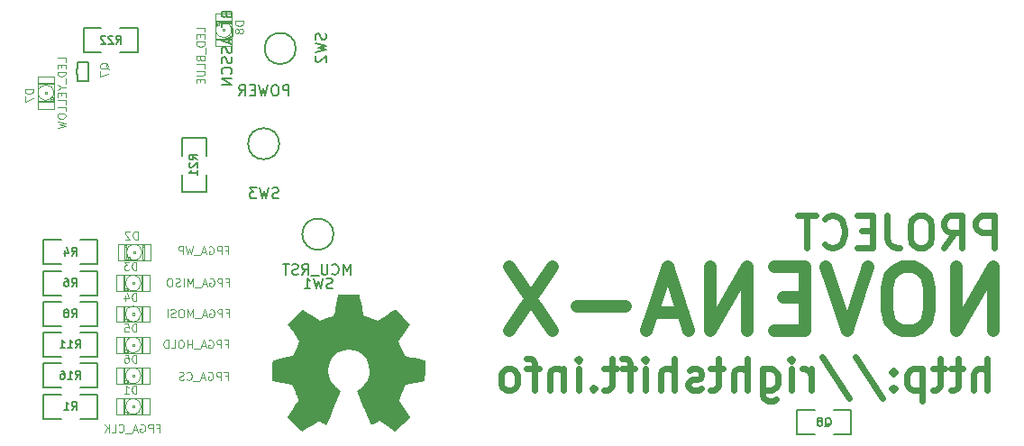
<source format=gbo>
G04 (created by PCBNEW (2013-may-18)-stable) date Mon Aug 15 13:55:16 2016*
%MOIN*%
G04 Gerber Fmt 3.4, Leading zero omitted, Abs format*
%FSLAX34Y34*%
G01*
G70*
G90*
G04 APERTURE LIST*
%ADD10C,0.00590551*%
%ADD11C,0.0472441*%
%ADD12C,0.023622*%
%ADD13C,0.005*%
%ADD14C,0.0026*%
%ADD15C,0.004*%
%ADD16C,0.0001*%
%ADD17C,0.0035*%
%ADD18C,0.0039*%
G04 APERTURE END LIST*
G54D10*
G54D11*
X89656Y-59302D02*
X89656Y-56940D01*
X88307Y-59302D01*
X88307Y-56940D01*
X86732Y-56940D02*
X86282Y-56940D01*
X86057Y-57052D01*
X85832Y-57277D01*
X85719Y-57727D01*
X85719Y-58515D01*
X85832Y-58965D01*
X86057Y-59190D01*
X86282Y-59302D01*
X86732Y-59302D01*
X86957Y-59190D01*
X87182Y-58965D01*
X87294Y-58515D01*
X87294Y-57727D01*
X87182Y-57277D01*
X86957Y-57052D01*
X86732Y-56940D01*
X85044Y-56940D02*
X84257Y-59302D01*
X83470Y-56940D01*
X82682Y-58065D02*
X81895Y-58065D01*
X81557Y-59302D02*
X82682Y-59302D01*
X82682Y-56940D01*
X81557Y-56940D01*
X80545Y-59302D02*
X80545Y-56940D01*
X79195Y-59302D01*
X79195Y-56940D01*
X78183Y-58627D02*
X77058Y-58627D01*
X78408Y-59302D02*
X77620Y-56940D01*
X76833Y-59302D01*
X76046Y-58402D02*
X74246Y-58402D01*
X73346Y-56940D02*
X71771Y-59302D01*
X71771Y-56940D02*
X73346Y-59302D01*
G54D12*
X89443Y-61501D02*
X89443Y-60320D01*
X88937Y-61501D02*
X88937Y-60883D01*
X88993Y-60770D01*
X89105Y-60714D01*
X89274Y-60714D01*
X89386Y-60770D01*
X89443Y-60826D01*
X88543Y-60714D02*
X88093Y-60714D01*
X88374Y-60320D02*
X88374Y-61332D01*
X88318Y-61445D01*
X88205Y-61501D01*
X88093Y-61501D01*
X87868Y-60714D02*
X87418Y-60714D01*
X87699Y-60320D02*
X87699Y-61332D01*
X87643Y-61445D01*
X87530Y-61501D01*
X87418Y-61501D01*
X87024Y-60714D02*
X87024Y-61895D01*
X87024Y-60770D02*
X86912Y-60714D01*
X86687Y-60714D01*
X86574Y-60770D01*
X86518Y-60826D01*
X86462Y-60939D01*
X86462Y-61276D01*
X86518Y-61389D01*
X86574Y-61445D01*
X86687Y-61501D01*
X86912Y-61501D01*
X87024Y-61445D01*
X85956Y-61389D02*
X85899Y-61445D01*
X85956Y-61501D01*
X86012Y-61445D01*
X85956Y-61389D01*
X85956Y-61501D01*
X85956Y-60770D02*
X85899Y-60826D01*
X85956Y-60883D01*
X86012Y-60826D01*
X85956Y-60770D01*
X85956Y-60883D01*
X84550Y-60264D02*
X85562Y-61782D01*
X83312Y-60264D02*
X84325Y-61782D01*
X82919Y-61501D02*
X82919Y-60714D01*
X82919Y-60939D02*
X82862Y-60826D01*
X82806Y-60770D01*
X82694Y-60714D01*
X82581Y-60714D01*
X82187Y-61501D02*
X82187Y-60714D01*
X82187Y-60320D02*
X82244Y-60376D01*
X82187Y-60433D01*
X82131Y-60376D01*
X82187Y-60320D01*
X82187Y-60433D01*
X81119Y-60714D02*
X81119Y-61670D01*
X81175Y-61782D01*
X81231Y-61839D01*
X81344Y-61895D01*
X81512Y-61895D01*
X81625Y-61839D01*
X81119Y-61445D02*
X81231Y-61501D01*
X81456Y-61501D01*
X81569Y-61445D01*
X81625Y-61389D01*
X81681Y-61276D01*
X81681Y-60939D01*
X81625Y-60826D01*
X81569Y-60770D01*
X81456Y-60714D01*
X81231Y-60714D01*
X81119Y-60770D01*
X80556Y-61501D02*
X80556Y-60320D01*
X80050Y-61501D02*
X80050Y-60883D01*
X80106Y-60770D01*
X80219Y-60714D01*
X80388Y-60714D01*
X80500Y-60770D01*
X80556Y-60826D01*
X79656Y-60714D02*
X79206Y-60714D01*
X79488Y-60320D02*
X79488Y-61332D01*
X79431Y-61445D01*
X79319Y-61501D01*
X79206Y-61501D01*
X78869Y-61445D02*
X78757Y-61501D01*
X78532Y-61501D01*
X78419Y-61445D01*
X78363Y-61332D01*
X78363Y-61276D01*
X78419Y-61164D01*
X78532Y-61107D01*
X78700Y-61107D01*
X78813Y-61051D01*
X78869Y-60939D01*
X78869Y-60883D01*
X78813Y-60770D01*
X78700Y-60714D01*
X78532Y-60714D01*
X78419Y-60770D01*
X77857Y-61501D02*
X77857Y-60320D01*
X77350Y-61501D02*
X77350Y-60883D01*
X77407Y-60770D01*
X77519Y-60714D01*
X77688Y-60714D01*
X77800Y-60770D01*
X77857Y-60826D01*
X76788Y-61501D02*
X76788Y-60714D01*
X76788Y-60320D02*
X76844Y-60376D01*
X76788Y-60433D01*
X76732Y-60376D01*
X76788Y-60320D01*
X76788Y-60433D01*
X76394Y-60714D02*
X75944Y-60714D01*
X76226Y-61501D02*
X76226Y-60489D01*
X76169Y-60376D01*
X76057Y-60320D01*
X75944Y-60320D01*
X75719Y-60714D02*
X75269Y-60714D01*
X75551Y-60320D02*
X75551Y-61332D01*
X75494Y-61445D01*
X75382Y-61501D01*
X75269Y-61501D01*
X74876Y-61389D02*
X74820Y-61445D01*
X74876Y-61501D01*
X74932Y-61445D01*
X74876Y-61389D01*
X74876Y-61501D01*
X74313Y-61501D02*
X74313Y-60714D01*
X74313Y-60320D02*
X74370Y-60376D01*
X74313Y-60433D01*
X74257Y-60376D01*
X74313Y-60320D01*
X74313Y-60433D01*
X73751Y-60714D02*
X73751Y-61501D01*
X73751Y-60826D02*
X73695Y-60770D01*
X73582Y-60714D01*
X73413Y-60714D01*
X73301Y-60770D01*
X73245Y-60883D01*
X73245Y-61501D01*
X72851Y-60714D02*
X72401Y-60714D01*
X72682Y-61501D02*
X72682Y-60489D01*
X72626Y-60376D01*
X72514Y-60320D01*
X72401Y-60320D01*
X71839Y-61501D02*
X71951Y-61445D01*
X72007Y-61389D01*
X72064Y-61276D01*
X72064Y-60939D01*
X72007Y-60826D01*
X71951Y-60770D01*
X71839Y-60714D01*
X71670Y-60714D01*
X71557Y-60770D01*
X71501Y-60826D01*
X71445Y-60939D01*
X71445Y-61276D01*
X71501Y-61389D01*
X71557Y-61445D01*
X71670Y-61501D01*
X71839Y-61501D01*
X89679Y-56226D02*
X89679Y-55044D01*
X89229Y-55044D01*
X89116Y-55101D01*
X89060Y-55157D01*
X89004Y-55269D01*
X89004Y-55438D01*
X89060Y-55551D01*
X89116Y-55607D01*
X89229Y-55663D01*
X89679Y-55663D01*
X87823Y-56226D02*
X88217Y-55663D01*
X88498Y-56226D02*
X88498Y-55044D01*
X88048Y-55044D01*
X87935Y-55101D01*
X87879Y-55157D01*
X87823Y-55269D01*
X87823Y-55438D01*
X87879Y-55551D01*
X87935Y-55607D01*
X88048Y-55663D01*
X88498Y-55663D01*
X87092Y-55044D02*
X86867Y-55044D01*
X86754Y-55101D01*
X86642Y-55213D01*
X86586Y-55438D01*
X86586Y-55832D01*
X86642Y-56057D01*
X86754Y-56169D01*
X86867Y-56226D01*
X87092Y-56226D01*
X87204Y-56169D01*
X87317Y-56057D01*
X87373Y-55832D01*
X87373Y-55438D01*
X87317Y-55213D01*
X87204Y-55101D01*
X87092Y-55044D01*
X85742Y-55044D02*
X85742Y-55888D01*
X85798Y-56057D01*
X85911Y-56169D01*
X86079Y-56226D01*
X86192Y-56226D01*
X85179Y-55607D02*
X84786Y-55607D01*
X84617Y-56226D02*
X85179Y-56226D01*
X85179Y-55044D01*
X84617Y-55044D01*
X83436Y-56113D02*
X83492Y-56169D01*
X83661Y-56226D01*
X83773Y-56226D01*
X83942Y-56169D01*
X84055Y-56057D01*
X84111Y-55944D01*
X84167Y-55719D01*
X84167Y-55551D01*
X84111Y-55326D01*
X84055Y-55213D01*
X83942Y-55101D01*
X83773Y-55044D01*
X83661Y-55044D01*
X83492Y-55101D01*
X83436Y-55157D01*
X83098Y-55044D02*
X82424Y-55044D01*
X82761Y-56226D02*
X82761Y-55044D01*
G54D13*
X56027Y-49012D02*
X56027Y-48112D01*
X56027Y-48112D02*
X56677Y-48112D01*
X57377Y-49012D02*
X58027Y-49012D01*
X58027Y-49012D02*
X58027Y-48112D01*
X58027Y-48112D02*
X57377Y-48112D01*
X56677Y-49012D02*
X56027Y-49012D01*
X54531Y-62556D02*
X54531Y-61656D01*
X54531Y-61656D02*
X55181Y-61656D01*
X55881Y-62556D02*
X56531Y-62556D01*
X56531Y-62556D02*
X56531Y-61656D01*
X56531Y-61656D02*
X55881Y-61656D01*
X55181Y-62556D02*
X54531Y-62556D01*
X54531Y-61414D02*
X54531Y-60514D01*
X54531Y-60514D02*
X55181Y-60514D01*
X55881Y-61414D02*
X56531Y-61414D01*
X56531Y-61414D02*
X56531Y-60514D01*
X56531Y-60514D02*
X55881Y-60514D01*
X55181Y-61414D02*
X54531Y-61414D01*
X54531Y-56847D02*
X54531Y-55947D01*
X54531Y-55947D02*
X55181Y-55947D01*
X55881Y-56847D02*
X56531Y-56847D01*
X56531Y-56847D02*
X56531Y-55947D01*
X56531Y-55947D02*
X55881Y-55947D01*
X55181Y-56847D02*
X54531Y-56847D01*
X54531Y-57989D02*
X54531Y-57089D01*
X54531Y-57089D02*
X55181Y-57089D01*
X55881Y-57989D02*
X56531Y-57989D01*
X56531Y-57989D02*
X56531Y-57089D01*
X56531Y-57089D02*
X55881Y-57089D01*
X55181Y-57989D02*
X54531Y-57989D01*
X54531Y-59131D02*
X54531Y-58231D01*
X54531Y-58231D02*
X55181Y-58231D01*
X55881Y-59131D02*
X56531Y-59131D01*
X56531Y-59131D02*
X56531Y-58231D01*
X56531Y-58231D02*
X55881Y-58231D01*
X55181Y-59131D02*
X54531Y-59131D01*
X54531Y-60272D02*
X54531Y-59372D01*
X54531Y-59372D02*
X55181Y-59372D01*
X55881Y-60272D02*
X56531Y-60272D01*
X56531Y-60272D02*
X56531Y-59372D01*
X56531Y-59372D02*
X55881Y-59372D01*
X55181Y-60272D02*
X54531Y-60272D01*
X60548Y-54169D02*
X59648Y-54169D01*
X59648Y-54169D02*
X59648Y-53519D01*
X60548Y-52819D02*
X60548Y-52169D01*
X60548Y-52169D02*
X59648Y-52169D01*
X59648Y-52169D02*
X59648Y-52819D01*
X60548Y-53519D02*
X60548Y-54169D01*
G54D14*
X57932Y-56436D02*
X57854Y-56436D01*
X57854Y-56436D02*
X57854Y-56358D01*
X57932Y-56358D02*
X57854Y-56358D01*
X57932Y-56436D02*
X57932Y-56358D01*
X57716Y-56672D02*
X57579Y-56672D01*
X57579Y-56672D02*
X57579Y-56574D01*
X57716Y-56574D02*
X57579Y-56574D01*
X57716Y-56672D02*
X57716Y-56574D01*
X57579Y-56672D02*
X57539Y-56672D01*
X57539Y-56672D02*
X57539Y-56201D01*
X57579Y-56201D02*
X57539Y-56201D01*
X57579Y-56672D02*
X57579Y-56201D01*
X57579Y-56181D02*
X57539Y-56181D01*
X57539Y-56181D02*
X57539Y-56122D01*
X57579Y-56122D02*
X57539Y-56122D01*
X57579Y-56181D02*
X57579Y-56122D01*
X58247Y-56672D02*
X58207Y-56672D01*
X58207Y-56672D02*
X58207Y-56201D01*
X58247Y-56201D02*
X58207Y-56201D01*
X58247Y-56672D02*
X58247Y-56201D01*
X58247Y-56181D02*
X58207Y-56181D01*
X58207Y-56181D02*
X58207Y-56122D01*
X58247Y-56122D02*
X58207Y-56122D01*
X58247Y-56181D02*
X58247Y-56122D01*
X57716Y-56672D02*
X57657Y-56672D01*
X57657Y-56672D02*
X57657Y-56574D01*
X57716Y-56574D02*
X57657Y-56574D01*
X57716Y-56672D02*
X57716Y-56574D01*
G54D15*
X57283Y-56692D02*
X58503Y-56692D01*
X58503Y-56692D02*
X58503Y-56102D01*
X58503Y-56102D02*
X57283Y-56102D01*
X57283Y-56102D02*
X57283Y-56692D01*
X58109Y-56594D02*
G75*
G02X57677Y-56593I-215J196D01*
G74*
G01*
X58109Y-56201D02*
G75*
G02X58109Y-56593I-215J-196D01*
G74*
G01*
X57678Y-56200D02*
G75*
G02X58109Y-56201I215J-196D01*
G74*
G01*
X57677Y-56593D02*
G75*
G02X57677Y-56201I215J196D01*
G74*
G01*
G54D14*
X57893Y-61003D02*
X57815Y-61003D01*
X57815Y-61003D02*
X57815Y-60925D01*
X57893Y-60925D02*
X57815Y-60925D01*
X57893Y-61003D02*
X57893Y-60925D01*
X57677Y-61239D02*
X57540Y-61239D01*
X57540Y-61239D02*
X57540Y-61141D01*
X57677Y-61141D02*
X57540Y-61141D01*
X57677Y-61239D02*
X57677Y-61141D01*
X57540Y-61239D02*
X57500Y-61239D01*
X57500Y-61239D02*
X57500Y-60768D01*
X57540Y-60768D02*
X57500Y-60768D01*
X57540Y-61239D02*
X57540Y-60768D01*
X57540Y-60748D02*
X57500Y-60748D01*
X57500Y-60748D02*
X57500Y-60689D01*
X57540Y-60689D02*
X57500Y-60689D01*
X57540Y-60748D02*
X57540Y-60689D01*
X58208Y-61239D02*
X58168Y-61239D01*
X58168Y-61239D02*
X58168Y-60768D01*
X58208Y-60768D02*
X58168Y-60768D01*
X58208Y-61239D02*
X58208Y-60768D01*
X58208Y-60748D02*
X58168Y-60748D01*
X58168Y-60748D02*
X58168Y-60689D01*
X58208Y-60689D02*
X58168Y-60689D01*
X58208Y-60748D02*
X58208Y-60689D01*
X57677Y-61239D02*
X57618Y-61239D01*
X57618Y-61239D02*
X57618Y-61141D01*
X57677Y-61141D02*
X57618Y-61141D01*
X57677Y-61239D02*
X57677Y-61141D01*
G54D15*
X57244Y-61259D02*
X58464Y-61259D01*
X58464Y-61259D02*
X58464Y-60669D01*
X58464Y-60669D02*
X57244Y-60669D01*
X57244Y-60669D02*
X57244Y-61259D01*
X58069Y-61161D02*
G75*
G02X57638Y-61160I-215J196D01*
G74*
G01*
X58070Y-60768D02*
G75*
G02X58070Y-61160I-215J-196D01*
G74*
G01*
X57638Y-60767D02*
G75*
G02X58070Y-60768I215J-196D01*
G74*
G01*
X57638Y-61160D02*
G75*
G02X57638Y-60768I215J196D01*
G74*
G01*
G54D14*
X57893Y-59861D02*
X57815Y-59861D01*
X57815Y-59861D02*
X57815Y-59783D01*
X57893Y-59783D02*
X57815Y-59783D01*
X57893Y-59861D02*
X57893Y-59783D01*
X57677Y-60097D02*
X57540Y-60097D01*
X57540Y-60097D02*
X57540Y-59999D01*
X57677Y-59999D02*
X57540Y-59999D01*
X57677Y-60097D02*
X57677Y-59999D01*
X57540Y-60097D02*
X57500Y-60097D01*
X57500Y-60097D02*
X57500Y-59626D01*
X57540Y-59626D02*
X57500Y-59626D01*
X57540Y-60097D02*
X57540Y-59626D01*
X57540Y-59606D02*
X57500Y-59606D01*
X57500Y-59606D02*
X57500Y-59547D01*
X57540Y-59547D02*
X57500Y-59547D01*
X57540Y-59606D02*
X57540Y-59547D01*
X58208Y-60097D02*
X58168Y-60097D01*
X58168Y-60097D02*
X58168Y-59626D01*
X58208Y-59626D02*
X58168Y-59626D01*
X58208Y-60097D02*
X58208Y-59626D01*
X58208Y-59606D02*
X58168Y-59606D01*
X58168Y-59606D02*
X58168Y-59547D01*
X58208Y-59547D02*
X58168Y-59547D01*
X58208Y-59606D02*
X58208Y-59547D01*
X57677Y-60097D02*
X57618Y-60097D01*
X57618Y-60097D02*
X57618Y-59999D01*
X57677Y-59999D02*
X57618Y-59999D01*
X57677Y-60097D02*
X57677Y-59999D01*
G54D15*
X57244Y-60117D02*
X58464Y-60117D01*
X58464Y-60117D02*
X58464Y-59527D01*
X58464Y-59527D02*
X57244Y-59527D01*
X57244Y-59527D02*
X57244Y-60117D01*
X58069Y-60019D02*
G75*
G02X57638Y-60018I-215J196D01*
G74*
G01*
X58070Y-59626D02*
G75*
G02X58070Y-60018I-215J-196D01*
G74*
G01*
X57638Y-59626D02*
G75*
G02X58070Y-59626I215J-196D01*
G74*
G01*
X57638Y-60019D02*
G75*
G02X57638Y-59626I215J196D01*
G74*
G01*
G54D14*
X57893Y-58720D02*
X57815Y-58720D01*
X57815Y-58720D02*
X57815Y-58642D01*
X57893Y-58642D02*
X57815Y-58642D01*
X57893Y-58720D02*
X57893Y-58642D01*
X57677Y-58956D02*
X57540Y-58956D01*
X57540Y-58956D02*
X57540Y-58858D01*
X57677Y-58858D02*
X57540Y-58858D01*
X57677Y-58956D02*
X57677Y-58858D01*
X57540Y-58956D02*
X57500Y-58956D01*
X57500Y-58956D02*
X57500Y-58485D01*
X57540Y-58485D02*
X57500Y-58485D01*
X57540Y-58956D02*
X57540Y-58485D01*
X57540Y-58465D02*
X57500Y-58465D01*
X57500Y-58465D02*
X57500Y-58406D01*
X57540Y-58406D02*
X57500Y-58406D01*
X57540Y-58465D02*
X57540Y-58406D01*
X58208Y-58956D02*
X58168Y-58956D01*
X58168Y-58956D02*
X58168Y-58485D01*
X58208Y-58485D02*
X58168Y-58485D01*
X58208Y-58956D02*
X58208Y-58485D01*
X58208Y-58465D02*
X58168Y-58465D01*
X58168Y-58465D02*
X58168Y-58406D01*
X58208Y-58406D02*
X58168Y-58406D01*
X58208Y-58465D02*
X58208Y-58406D01*
X57677Y-58956D02*
X57618Y-58956D01*
X57618Y-58956D02*
X57618Y-58858D01*
X57677Y-58858D02*
X57618Y-58858D01*
X57677Y-58956D02*
X57677Y-58858D01*
G54D15*
X57244Y-58976D02*
X58464Y-58976D01*
X58464Y-58976D02*
X58464Y-58386D01*
X58464Y-58386D02*
X57244Y-58386D01*
X57244Y-58386D02*
X57244Y-58976D01*
X58069Y-58877D02*
G75*
G02X57638Y-58877I-215J196D01*
G74*
G01*
X58070Y-58484D02*
G75*
G02X58070Y-58877I-215J-196D01*
G74*
G01*
X57638Y-58484D02*
G75*
G02X58070Y-58485I215J-196D01*
G74*
G01*
X57638Y-58877D02*
G75*
G02X57638Y-58485I215J196D01*
G74*
G01*
G54D14*
X57893Y-57578D02*
X57815Y-57578D01*
X57815Y-57578D02*
X57815Y-57500D01*
X57893Y-57500D02*
X57815Y-57500D01*
X57893Y-57578D02*
X57893Y-57500D01*
X57677Y-57814D02*
X57540Y-57814D01*
X57540Y-57814D02*
X57540Y-57716D01*
X57677Y-57716D02*
X57540Y-57716D01*
X57677Y-57814D02*
X57677Y-57716D01*
X57540Y-57814D02*
X57500Y-57814D01*
X57500Y-57814D02*
X57500Y-57343D01*
X57540Y-57343D02*
X57500Y-57343D01*
X57540Y-57814D02*
X57540Y-57343D01*
X57540Y-57323D02*
X57500Y-57323D01*
X57500Y-57323D02*
X57500Y-57264D01*
X57540Y-57264D02*
X57500Y-57264D01*
X57540Y-57323D02*
X57540Y-57264D01*
X58208Y-57814D02*
X58168Y-57814D01*
X58168Y-57814D02*
X58168Y-57343D01*
X58208Y-57343D02*
X58168Y-57343D01*
X58208Y-57814D02*
X58208Y-57343D01*
X58208Y-57323D02*
X58168Y-57323D01*
X58168Y-57323D02*
X58168Y-57264D01*
X58208Y-57264D02*
X58168Y-57264D01*
X58208Y-57323D02*
X58208Y-57264D01*
X57677Y-57814D02*
X57618Y-57814D01*
X57618Y-57814D02*
X57618Y-57716D01*
X57677Y-57716D02*
X57618Y-57716D01*
X57677Y-57814D02*
X57677Y-57716D01*
G54D15*
X57244Y-57834D02*
X58464Y-57834D01*
X58464Y-57834D02*
X58464Y-57244D01*
X58464Y-57244D02*
X57244Y-57244D01*
X57244Y-57244D02*
X57244Y-57834D01*
X58069Y-57736D02*
G75*
G02X57638Y-57735I-215J196D01*
G74*
G01*
X58070Y-57343D02*
G75*
G02X58070Y-57735I-215J-196D01*
G74*
G01*
X57638Y-57342D02*
G75*
G02X58070Y-57343I215J-196D01*
G74*
G01*
X57638Y-57735D02*
G75*
G02X57638Y-57343I215J196D01*
G74*
G01*
G54D14*
X57893Y-62145D02*
X57815Y-62145D01*
X57815Y-62145D02*
X57815Y-62067D01*
X57893Y-62067D02*
X57815Y-62067D01*
X57893Y-62145D02*
X57893Y-62067D01*
X57677Y-62381D02*
X57540Y-62381D01*
X57540Y-62381D02*
X57540Y-62283D01*
X57677Y-62283D02*
X57540Y-62283D01*
X57677Y-62381D02*
X57677Y-62283D01*
X57540Y-62381D02*
X57500Y-62381D01*
X57500Y-62381D02*
X57500Y-61910D01*
X57540Y-61910D02*
X57500Y-61910D01*
X57540Y-62381D02*
X57540Y-61910D01*
X57540Y-61890D02*
X57500Y-61890D01*
X57500Y-61890D02*
X57500Y-61831D01*
X57540Y-61831D02*
X57500Y-61831D01*
X57540Y-61890D02*
X57540Y-61831D01*
X58208Y-62381D02*
X58168Y-62381D01*
X58168Y-62381D02*
X58168Y-61910D01*
X58208Y-61910D02*
X58168Y-61910D01*
X58208Y-62381D02*
X58208Y-61910D01*
X58208Y-61890D02*
X58168Y-61890D01*
X58168Y-61890D02*
X58168Y-61831D01*
X58208Y-61831D02*
X58168Y-61831D01*
X58208Y-61890D02*
X58208Y-61831D01*
X57677Y-62381D02*
X57618Y-62381D01*
X57618Y-62381D02*
X57618Y-62283D01*
X57677Y-62283D02*
X57618Y-62283D01*
X57677Y-62381D02*
X57677Y-62283D01*
G54D15*
X57244Y-62401D02*
X58464Y-62401D01*
X58464Y-62401D02*
X58464Y-61811D01*
X58464Y-61811D02*
X57244Y-61811D01*
X57244Y-61811D02*
X57244Y-62401D01*
X58069Y-62302D02*
G75*
G02X57638Y-62302I-215J196D01*
G74*
G01*
X58070Y-61910D02*
G75*
G02X58070Y-62302I-215J-196D01*
G74*
G01*
X57638Y-61909D02*
G75*
G02X58070Y-61910I215J-196D01*
G74*
G01*
X57638Y-62302D02*
G75*
G02X57638Y-61910I215J196D01*
G74*
G01*
G54D14*
X54664Y-50453D02*
X54664Y-50531D01*
X54664Y-50531D02*
X54586Y-50531D01*
X54586Y-50453D02*
X54586Y-50531D01*
X54664Y-50453D02*
X54586Y-50453D01*
X54900Y-50669D02*
X54900Y-50806D01*
X54900Y-50806D02*
X54802Y-50806D01*
X54802Y-50669D02*
X54802Y-50806D01*
X54900Y-50669D02*
X54802Y-50669D01*
X54900Y-50806D02*
X54900Y-50846D01*
X54900Y-50846D02*
X54429Y-50846D01*
X54429Y-50806D02*
X54429Y-50846D01*
X54900Y-50806D02*
X54429Y-50806D01*
X54409Y-50806D02*
X54409Y-50846D01*
X54409Y-50846D02*
X54350Y-50846D01*
X54350Y-50806D02*
X54350Y-50846D01*
X54409Y-50806D02*
X54350Y-50806D01*
X54900Y-50138D02*
X54900Y-50178D01*
X54900Y-50178D02*
X54429Y-50178D01*
X54429Y-50138D02*
X54429Y-50178D01*
X54900Y-50138D02*
X54429Y-50138D01*
X54409Y-50138D02*
X54409Y-50178D01*
X54409Y-50178D02*
X54350Y-50178D01*
X54350Y-50138D02*
X54350Y-50178D01*
X54409Y-50138D02*
X54350Y-50138D01*
X54900Y-50669D02*
X54900Y-50728D01*
X54900Y-50728D02*
X54802Y-50728D01*
X54802Y-50669D02*
X54802Y-50728D01*
X54900Y-50669D02*
X54802Y-50669D01*
G54D15*
X54920Y-51102D02*
X54920Y-49882D01*
X54920Y-49882D02*
X54330Y-49882D01*
X54330Y-49882D02*
X54330Y-51102D01*
X54330Y-51102D02*
X54920Y-51102D01*
X54822Y-50276D02*
G75*
G02X54821Y-50708I-196J-215D01*
G74*
G01*
X54429Y-50276D02*
G75*
G02X54821Y-50276I196J-215D01*
G74*
G01*
X54429Y-50707D02*
G75*
G02X54430Y-50276I196J215D01*
G74*
G01*
X54822Y-50707D02*
G75*
G02X54430Y-50708I-196J215D01*
G74*
G01*
G54D14*
X61161Y-48208D02*
X61161Y-48130D01*
X61161Y-48130D02*
X61239Y-48130D01*
X61239Y-48208D02*
X61239Y-48130D01*
X61161Y-48208D02*
X61239Y-48208D01*
X60925Y-47992D02*
X60925Y-47855D01*
X60925Y-47855D02*
X61023Y-47855D01*
X61023Y-47992D02*
X61023Y-47855D01*
X60925Y-47992D02*
X61023Y-47992D01*
X60925Y-47855D02*
X60925Y-47815D01*
X60925Y-47815D02*
X61396Y-47815D01*
X61396Y-47855D02*
X61396Y-47815D01*
X60925Y-47855D02*
X61396Y-47855D01*
X61416Y-47855D02*
X61416Y-47815D01*
X61416Y-47815D02*
X61475Y-47815D01*
X61475Y-47855D02*
X61475Y-47815D01*
X61416Y-47855D02*
X61475Y-47855D01*
X60925Y-48523D02*
X60925Y-48483D01*
X60925Y-48483D02*
X61396Y-48483D01*
X61396Y-48523D02*
X61396Y-48483D01*
X60925Y-48523D02*
X61396Y-48523D01*
X61416Y-48523D02*
X61416Y-48483D01*
X61416Y-48483D02*
X61475Y-48483D01*
X61475Y-48523D02*
X61475Y-48483D01*
X61416Y-48523D02*
X61475Y-48523D01*
X60925Y-47992D02*
X60925Y-47933D01*
X60925Y-47933D02*
X61023Y-47933D01*
X61023Y-47992D02*
X61023Y-47933D01*
X60925Y-47992D02*
X61023Y-47992D01*
G54D15*
X60905Y-47559D02*
X60905Y-48779D01*
X60905Y-48779D02*
X61495Y-48779D01*
X61495Y-48779D02*
X61495Y-47559D01*
X61495Y-47559D02*
X60905Y-47559D01*
X61004Y-48384D02*
G75*
G02X61004Y-47953I196J215D01*
G74*
G01*
X61397Y-48385D02*
G75*
G02X61004Y-48385I-196J215D01*
G74*
G01*
X61397Y-47953D02*
G75*
G02X61396Y-48385I-196J-215D01*
G74*
G01*
X61004Y-47953D02*
G75*
G02X61396Y-47953I196J-215D01*
G74*
G01*
G54D10*
X65261Y-55728D02*
G75*
G03X65261Y-55728I-577J0D01*
G74*
G01*
X63864Y-48858D02*
G75*
G03X63864Y-48858I-577J0D01*
G74*
G01*
G54D13*
X55803Y-49604D02*
X55803Y-49354D01*
X55803Y-49354D02*
X56203Y-49354D01*
X56203Y-50054D02*
X55803Y-50054D01*
X55803Y-50054D02*
X55803Y-49804D01*
X55753Y-49604D02*
X55803Y-49604D01*
X55803Y-49804D02*
X55753Y-49804D01*
X56203Y-49354D02*
X56203Y-50054D01*
X55753Y-49804D02*
X55753Y-49604D01*
X84405Y-62246D02*
X84405Y-63146D01*
X84405Y-63146D02*
X83755Y-63146D01*
X83055Y-62246D02*
X82405Y-62246D01*
X82405Y-62246D02*
X82405Y-63146D01*
X82405Y-63146D02*
X83055Y-63146D01*
X83755Y-62246D02*
X84405Y-62246D01*
G54D10*
X63254Y-52381D02*
G75*
G03X63254Y-52381I-577J0D01*
G74*
G01*
G54D16*
G36*
X68661Y-60391D02*
X68652Y-60779D01*
X68643Y-61168D01*
X68285Y-61232D01*
X67928Y-61296D01*
X67810Y-61592D01*
X67691Y-61888D01*
X67897Y-62189D01*
X68103Y-62489D01*
X67823Y-62768D01*
X67543Y-63046D01*
X67248Y-62843D01*
X66954Y-62640D01*
X66799Y-62715D01*
X66711Y-62753D01*
X66650Y-62767D01*
X66634Y-62762D01*
X66619Y-62724D01*
X66582Y-62634D01*
X66528Y-62503D01*
X66460Y-62339D01*
X66383Y-62154D01*
X66375Y-62134D01*
X66125Y-61534D01*
X66217Y-61468D01*
X66400Y-61307D01*
X66522Y-61135D01*
X66587Y-60943D01*
X66602Y-60781D01*
X66573Y-60558D01*
X66486Y-60362D01*
X66346Y-60200D01*
X66160Y-60079D01*
X66028Y-60029D01*
X65818Y-59999D01*
X65616Y-60029D01*
X65432Y-60111D01*
X65275Y-60238D01*
X65154Y-60403D01*
X65080Y-60599D01*
X65059Y-60780D01*
X65087Y-60990D01*
X65172Y-61179D01*
X65320Y-61355D01*
X65365Y-61397D01*
X65532Y-61543D01*
X65275Y-62163D01*
X65196Y-62352D01*
X65125Y-62517D01*
X65066Y-62650D01*
X65022Y-62742D01*
X64999Y-62783D01*
X64997Y-62784D01*
X64957Y-62768D01*
X64886Y-62729D01*
X64867Y-62717D01*
X64787Y-62674D01*
X64729Y-62652D01*
X64722Y-62651D01*
X64681Y-62669D01*
X64599Y-62717D01*
X64490Y-62787D01*
X64420Y-62834D01*
X64302Y-62913D01*
X64201Y-62975D01*
X64133Y-63011D01*
X64114Y-63018D01*
X64076Y-62995D01*
X64002Y-62934D01*
X63905Y-62845D01*
X63816Y-62757D01*
X63557Y-62497D01*
X63758Y-62200D01*
X63840Y-62075D01*
X63906Y-61969D01*
X63948Y-61895D01*
X63958Y-61868D01*
X63946Y-61824D01*
X63914Y-61734D01*
X63868Y-61616D01*
X63849Y-61568D01*
X63740Y-61302D01*
X63374Y-61235D01*
X63009Y-61167D01*
X63000Y-60804D01*
X62999Y-60651D01*
X63003Y-60524D01*
X63012Y-60438D01*
X63022Y-60408D01*
X63066Y-60389D01*
X63161Y-60361D01*
X63292Y-60330D01*
X63409Y-60305D01*
X63765Y-60234D01*
X63880Y-59965D01*
X63996Y-59696D01*
X63779Y-59378D01*
X63562Y-59060D01*
X63829Y-58789D01*
X63937Y-58681D01*
X64028Y-58594D01*
X64093Y-58536D01*
X64119Y-58518D01*
X64154Y-58535D01*
X64232Y-58584D01*
X64341Y-58655D01*
X64453Y-58732D01*
X64764Y-58946D01*
X65003Y-58845D01*
X65120Y-58794D01*
X65214Y-58750D01*
X65266Y-58722D01*
X65270Y-58719D01*
X65287Y-58677D01*
X65313Y-58585D01*
X65343Y-58456D01*
X65370Y-58330D01*
X65443Y-57968D01*
X65832Y-57958D01*
X66222Y-57949D01*
X66244Y-58075D01*
X66262Y-58170D01*
X66288Y-58303D01*
X66318Y-58447D01*
X66321Y-58463D01*
X66376Y-58725D01*
X66642Y-58835D01*
X66908Y-58945D01*
X67214Y-58731D01*
X67340Y-58646D01*
X67446Y-58576D01*
X67520Y-58531D01*
X67549Y-58518D01*
X67583Y-58540D01*
X67652Y-58600D01*
X67747Y-58689D01*
X67841Y-58783D01*
X68105Y-59048D01*
X67888Y-59374D01*
X67671Y-59701D01*
X67773Y-59934D01*
X67826Y-60051D01*
X67870Y-60146D01*
X67898Y-60201D01*
X67900Y-60204D01*
X67943Y-60230D01*
X68032Y-60258D01*
X68133Y-60282D01*
X68277Y-60310D01*
X68422Y-60340D01*
X68502Y-60357D01*
X68661Y-60391D01*
X68661Y-60391D01*
X68661Y-60391D01*
G37*
G54D13*
X57220Y-48684D02*
X57320Y-48541D01*
X57391Y-48684D02*
X57391Y-48384D01*
X57277Y-48384D01*
X57248Y-48398D01*
X57234Y-48412D01*
X57220Y-48441D01*
X57220Y-48484D01*
X57234Y-48512D01*
X57248Y-48527D01*
X57277Y-48541D01*
X57391Y-48541D01*
X57106Y-48412D02*
X57091Y-48398D01*
X57063Y-48384D01*
X56991Y-48384D01*
X56963Y-48398D01*
X56948Y-48412D01*
X56934Y-48441D01*
X56934Y-48470D01*
X56948Y-48512D01*
X57120Y-48684D01*
X56934Y-48684D01*
X56820Y-48412D02*
X56806Y-48398D01*
X56777Y-48384D01*
X56706Y-48384D01*
X56677Y-48398D01*
X56663Y-48412D01*
X56648Y-48441D01*
X56648Y-48470D01*
X56663Y-48512D01*
X56834Y-48684D01*
X56648Y-48684D01*
X55581Y-62227D02*
X55681Y-62084D01*
X55752Y-62227D02*
X55752Y-61927D01*
X55638Y-61927D01*
X55610Y-61942D01*
X55595Y-61956D01*
X55581Y-61984D01*
X55581Y-62027D01*
X55595Y-62056D01*
X55610Y-62070D01*
X55638Y-62084D01*
X55752Y-62084D01*
X55295Y-62227D02*
X55467Y-62227D01*
X55381Y-62227D02*
X55381Y-61927D01*
X55410Y-61970D01*
X55438Y-61999D01*
X55467Y-62013D01*
X55724Y-61085D02*
X55824Y-60943D01*
X55895Y-61085D02*
X55895Y-60785D01*
X55781Y-60785D01*
X55752Y-60800D01*
X55738Y-60814D01*
X55724Y-60843D01*
X55724Y-60885D01*
X55738Y-60914D01*
X55752Y-60928D01*
X55781Y-60943D01*
X55895Y-60943D01*
X55438Y-61085D02*
X55610Y-61085D01*
X55524Y-61085D02*
X55524Y-60785D01*
X55552Y-60828D01*
X55581Y-60857D01*
X55610Y-60871D01*
X55181Y-60785D02*
X55238Y-60785D01*
X55267Y-60800D01*
X55281Y-60814D01*
X55310Y-60857D01*
X55324Y-60914D01*
X55324Y-61028D01*
X55310Y-61057D01*
X55295Y-61071D01*
X55267Y-61085D01*
X55210Y-61085D01*
X55181Y-61071D01*
X55167Y-61057D01*
X55152Y-61028D01*
X55152Y-60957D01*
X55167Y-60928D01*
X55181Y-60914D01*
X55210Y-60900D01*
X55267Y-60900D01*
X55295Y-60914D01*
X55310Y-60928D01*
X55324Y-60957D01*
X55581Y-56519D02*
X55681Y-56376D01*
X55752Y-56519D02*
X55752Y-56219D01*
X55638Y-56219D01*
X55610Y-56233D01*
X55595Y-56247D01*
X55581Y-56276D01*
X55581Y-56319D01*
X55595Y-56347D01*
X55610Y-56361D01*
X55638Y-56376D01*
X55752Y-56376D01*
X55324Y-56319D02*
X55324Y-56519D01*
X55395Y-56204D02*
X55467Y-56419D01*
X55281Y-56419D01*
X55581Y-57660D02*
X55681Y-57517D01*
X55752Y-57660D02*
X55752Y-57360D01*
X55638Y-57360D01*
X55610Y-57375D01*
X55595Y-57389D01*
X55581Y-57417D01*
X55581Y-57460D01*
X55595Y-57489D01*
X55610Y-57503D01*
X55638Y-57517D01*
X55752Y-57517D01*
X55324Y-57360D02*
X55381Y-57360D01*
X55410Y-57375D01*
X55424Y-57389D01*
X55452Y-57432D01*
X55467Y-57489D01*
X55467Y-57603D01*
X55452Y-57632D01*
X55438Y-57646D01*
X55410Y-57660D01*
X55352Y-57660D01*
X55324Y-57646D01*
X55310Y-57632D01*
X55295Y-57603D01*
X55295Y-57532D01*
X55310Y-57503D01*
X55324Y-57489D01*
X55352Y-57475D01*
X55410Y-57475D01*
X55438Y-57489D01*
X55452Y-57503D01*
X55467Y-57532D01*
X55581Y-58802D02*
X55681Y-58659D01*
X55752Y-58802D02*
X55752Y-58502D01*
X55638Y-58502D01*
X55610Y-58516D01*
X55595Y-58531D01*
X55581Y-58559D01*
X55581Y-58602D01*
X55595Y-58631D01*
X55610Y-58645D01*
X55638Y-58659D01*
X55752Y-58659D01*
X55410Y-58631D02*
X55438Y-58616D01*
X55452Y-58602D01*
X55467Y-58573D01*
X55467Y-58559D01*
X55452Y-58531D01*
X55438Y-58516D01*
X55410Y-58502D01*
X55352Y-58502D01*
X55324Y-58516D01*
X55310Y-58531D01*
X55295Y-58559D01*
X55295Y-58573D01*
X55310Y-58602D01*
X55324Y-58616D01*
X55352Y-58631D01*
X55410Y-58631D01*
X55438Y-58645D01*
X55452Y-58659D01*
X55467Y-58688D01*
X55467Y-58745D01*
X55452Y-58773D01*
X55438Y-58788D01*
X55410Y-58802D01*
X55352Y-58802D01*
X55324Y-58788D01*
X55310Y-58773D01*
X55295Y-58745D01*
X55295Y-58688D01*
X55310Y-58659D01*
X55324Y-58645D01*
X55352Y-58631D01*
X55724Y-59944D02*
X55824Y-59801D01*
X55895Y-59944D02*
X55895Y-59644D01*
X55781Y-59644D01*
X55752Y-59658D01*
X55738Y-59672D01*
X55724Y-59701D01*
X55724Y-59744D01*
X55738Y-59772D01*
X55752Y-59787D01*
X55781Y-59801D01*
X55895Y-59801D01*
X55438Y-59944D02*
X55610Y-59944D01*
X55524Y-59944D02*
X55524Y-59644D01*
X55552Y-59687D01*
X55581Y-59715D01*
X55610Y-59729D01*
X55152Y-59944D02*
X55324Y-59944D01*
X55238Y-59944D02*
X55238Y-59644D01*
X55267Y-59687D01*
X55295Y-59715D01*
X55324Y-59729D01*
X60219Y-52976D02*
X60076Y-52876D01*
X60219Y-52805D02*
X59919Y-52805D01*
X59919Y-52919D01*
X59934Y-52947D01*
X59948Y-52962D01*
X59976Y-52976D01*
X60019Y-52976D01*
X60048Y-52962D01*
X60062Y-52947D01*
X60076Y-52919D01*
X60076Y-52805D01*
X59948Y-53090D02*
X59934Y-53105D01*
X59919Y-53133D01*
X59919Y-53205D01*
X59934Y-53233D01*
X59948Y-53247D01*
X59976Y-53262D01*
X60005Y-53262D01*
X60048Y-53247D01*
X60219Y-53076D01*
X60219Y-53262D01*
X60219Y-53547D02*
X60219Y-53376D01*
X60219Y-53462D02*
X59919Y-53462D01*
X59962Y-53433D01*
X59991Y-53405D01*
X60005Y-53376D01*
G54D17*
X58015Y-55919D02*
X58015Y-55619D01*
X57943Y-55619D01*
X57900Y-55633D01*
X57872Y-55661D01*
X57857Y-55690D01*
X57843Y-55747D01*
X57843Y-55790D01*
X57857Y-55847D01*
X57872Y-55876D01*
X57900Y-55904D01*
X57943Y-55919D01*
X58015Y-55919D01*
X57729Y-55647D02*
X57715Y-55633D01*
X57686Y-55619D01*
X57615Y-55619D01*
X57586Y-55633D01*
X57572Y-55647D01*
X57557Y-55676D01*
X57557Y-55704D01*
X57572Y-55747D01*
X57743Y-55919D01*
X57557Y-55919D01*
X61274Y-56322D02*
X61374Y-56322D01*
X61374Y-56479D02*
X61374Y-56179D01*
X61231Y-56179D01*
X61117Y-56479D02*
X61117Y-56179D01*
X61002Y-56179D01*
X60974Y-56193D01*
X60959Y-56208D01*
X60945Y-56236D01*
X60945Y-56279D01*
X60959Y-56308D01*
X60974Y-56322D01*
X61002Y-56336D01*
X61117Y-56336D01*
X60659Y-56193D02*
X60688Y-56179D01*
X60731Y-56179D01*
X60774Y-56193D01*
X60802Y-56222D01*
X60817Y-56251D01*
X60831Y-56308D01*
X60831Y-56351D01*
X60817Y-56408D01*
X60802Y-56436D01*
X60774Y-56465D01*
X60731Y-56479D01*
X60702Y-56479D01*
X60659Y-56465D01*
X60645Y-56451D01*
X60645Y-56351D01*
X60702Y-56351D01*
X60531Y-56393D02*
X60388Y-56393D01*
X60559Y-56479D02*
X60459Y-56179D01*
X60359Y-56479D01*
X60331Y-56508D02*
X60102Y-56508D01*
X60059Y-56179D02*
X59988Y-56479D01*
X59931Y-56265D01*
X59874Y-56479D01*
X59802Y-56179D01*
X59688Y-56479D02*
X59688Y-56179D01*
X59574Y-56179D01*
X59545Y-56193D01*
X59531Y-56208D01*
X59517Y-56236D01*
X59517Y-56279D01*
X59531Y-56308D01*
X59545Y-56322D01*
X59574Y-56336D01*
X59688Y-56336D01*
X57975Y-60485D02*
X57975Y-60185D01*
X57904Y-60185D01*
X57861Y-60200D01*
X57832Y-60228D01*
X57818Y-60257D01*
X57804Y-60314D01*
X57804Y-60357D01*
X57818Y-60414D01*
X57832Y-60443D01*
X57861Y-60471D01*
X57904Y-60485D01*
X57975Y-60485D01*
X57547Y-60185D02*
X57604Y-60185D01*
X57632Y-60200D01*
X57647Y-60214D01*
X57675Y-60257D01*
X57690Y-60314D01*
X57690Y-60428D01*
X57675Y-60457D01*
X57661Y-60471D01*
X57632Y-60485D01*
X57575Y-60485D01*
X57547Y-60471D01*
X57532Y-60457D01*
X57518Y-60428D01*
X57518Y-60357D01*
X57532Y-60328D01*
X57547Y-60314D01*
X57575Y-60300D01*
X57632Y-60300D01*
X57661Y-60314D01*
X57675Y-60328D01*
X57690Y-60357D01*
X61245Y-60968D02*
X61345Y-60968D01*
X61345Y-61125D02*
X61345Y-60825D01*
X61202Y-60825D01*
X61088Y-61125D02*
X61088Y-60825D01*
X60974Y-60825D01*
X60945Y-60839D01*
X60931Y-60853D01*
X60917Y-60882D01*
X60917Y-60925D01*
X60931Y-60953D01*
X60945Y-60968D01*
X60974Y-60982D01*
X61088Y-60982D01*
X60631Y-60839D02*
X60659Y-60825D01*
X60702Y-60825D01*
X60745Y-60839D01*
X60774Y-60868D01*
X60788Y-60896D01*
X60802Y-60953D01*
X60802Y-60996D01*
X60788Y-61053D01*
X60774Y-61082D01*
X60745Y-61111D01*
X60702Y-61125D01*
X60674Y-61125D01*
X60631Y-61111D01*
X60617Y-61096D01*
X60617Y-60996D01*
X60674Y-60996D01*
X60502Y-61039D02*
X60359Y-61039D01*
X60531Y-61125D02*
X60431Y-60825D01*
X60331Y-61125D01*
X60302Y-61153D02*
X60074Y-61153D01*
X59831Y-61096D02*
X59845Y-61111D01*
X59888Y-61125D01*
X59917Y-61125D01*
X59959Y-61111D01*
X59988Y-61082D01*
X60002Y-61053D01*
X60017Y-60996D01*
X60017Y-60953D01*
X60002Y-60896D01*
X59988Y-60868D01*
X59959Y-60839D01*
X59917Y-60825D01*
X59888Y-60825D01*
X59845Y-60839D01*
X59831Y-60853D01*
X59717Y-61111D02*
X59674Y-61125D01*
X59602Y-61125D01*
X59574Y-61111D01*
X59559Y-61096D01*
X59545Y-61068D01*
X59545Y-61039D01*
X59559Y-61011D01*
X59574Y-60996D01*
X59602Y-60982D01*
X59659Y-60968D01*
X59688Y-60953D01*
X59702Y-60939D01*
X59717Y-60911D01*
X59717Y-60882D01*
X59702Y-60853D01*
X59688Y-60839D01*
X59659Y-60825D01*
X59588Y-60825D01*
X59545Y-60839D01*
X57975Y-59344D02*
X57975Y-59044D01*
X57904Y-59044D01*
X57861Y-59058D01*
X57832Y-59087D01*
X57818Y-59115D01*
X57804Y-59172D01*
X57804Y-59215D01*
X57818Y-59272D01*
X57832Y-59301D01*
X57861Y-59329D01*
X57904Y-59344D01*
X57975Y-59344D01*
X57532Y-59044D02*
X57675Y-59044D01*
X57690Y-59187D01*
X57675Y-59172D01*
X57647Y-59158D01*
X57575Y-59158D01*
X57547Y-59172D01*
X57532Y-59187D01*
X57518Y-59215D01*
X57518Y-59287D01*
X57532Y-59315D01*
X57547Y-59329D01*
X57575Y-59344D01*
X57647Y-59344D01*
X57675Y-59329D01*
X57690Y-59315D01*
X61262Y-59787D02*
X61362Y-59787D01*
X61362Y-59944D02*
X61362Y-59644D01*
X61220Y-59644D01*
X61105Y-59944D02*
X61105Y-59644D01*
X60991Y-59644D01*
X60962Y-59658D01*
X60948Y-59672D01*
X60934Y-59701D01*
X60934Y-59744D01*
X60948Y-59772D01*
X60962Y-59787D01*
X60991Y-59801D01*
X61105Y-59801D01*
X60648Y-59658D02*
X60677Y-59644D01*
X60720Y-59644D01*
X60762Y-59658D01*
X60791Y-59687D01*
X60805Y-59715D01*
X60820Y-59772D01*
X60820Y-59815D01*
X60805Y-59872D01*
X60791Y-59901D01*
X60762Y-59929D01*
X60720Y-59944D01*
X60691Y-59944D01*
X60648Y-59929D01*
X60634Y-59915D01*
X60634Y-59815D01*
X60691Y-59815D01*
X60520Y-59858D02*
X60377Y-59858D01*
X60548Y-59944D02*
X60448Y-59644D01*
X60348Y-59944D01*
X60320Y-59972D02*
X60091Y-59972D01*
X60020Y-59944D02*
X60020Y-59644D01*
X60020Y-59787D02*
X59848Y-59787D01*
X59848Y-59944D02*
X59848Y-59644D01*
X59648Y-59644D02*
X59591Y-59644D01*
X59562Y-59658D01*
X59534Y-59687D01*
X59520Y-59744D01*
X59520Y-59844D01*
X59534Y-59901D01*
X59562Y-59929D01*
X59591Y-59944D01*
X59648Y-59944D01*
X59677Y-59929D01*
X59705Y-59901D01*
X59720Y-59844D01*
X59720Y-59744D01*
X59705Y-59687D01*
X59677Y-59658D01*
X59648Y-59644D01*
X59248Y-59944D02*
X59391Y-59944D01*
X59391Y-59644D01*
X59148Y-59944D02*
X59148Y-59644D01*
X59077Y-59644D01*
X59034Y-59658D01*
X59005Y-59687D01*
X58991Y-59715D01*
X58977Y-59772D01*
X58977Y-59815D01*
X58991Y-59872D01*
X59005Y-59901D01*
X59034Y-59929D01*
X59077Y-59944D01*
X59148Y-59944D01*
X57975Y-58202D02*
X57975Y-57902D01*
X57904Y-57902D01*
X57861Y-57916D01*
X57832Y-57945D01*
X57818Y-57973D01*
X57804Y-58031D01*
X57804Y-58073D01*
X57818Y-58131D01*
X57832Y-58159D01*
X57861Y-58188D01*
X57904Y-58202D01*
X57975Y-58202D01*
X57547Y-58002D02*
X57547Y-58202D01*
X57618Y-57888D02*
X57690Y-58102D01*
X57504Y-58102D01*
X61298Y-58645D02*
X61398Y-58645D01*
X61398Y-58802D02*
X61398Y-58502D01*
X61255Y-58502D01*
X61141Y-58802D02*
X61141Y-58502D01*
X61027Y-58502D01*
X60998Y-58516D01*
X60984Y-58531D01*
X60970Y-58559D01*
X60970Y-58602D01*
X60984Y-58631D01*
X60998Y-58645D01*
X61027Y-58659D01*
X61141Y-58659D01*
X60684Y-58516D02*
X60713Y-58502D01*
X60755Y-58502D01*
X60798Y-58516D01*
X60827Y-58545D01*
X60841Y-58573D01*
X60855Y-58631D01*
X60855Y-58673D01*
X60841Y-58731D01*
X60827Y-58759D01*
X60798Y-58788D01*
X60755Y-58802D01*
X60727Y-58802D01*
X60684Y-58788D01*
X60670Y-58773D01*
X60670Y-58673D01*
X60727Y-58673D01*
X60555Y-58716D02*
X60413Y-58716D01*
X60584Y-58802D02*
X60484Y-58502D01*
X60384Y-58802D01*
X60355Y-58831D02*
X60127Y-58831D01*
X60055Y-58802D02*
X60055Y-58502D01*
X59955Y-58716D01*
X59855Y-58502D01*
X59855Y-58802D01*
X59655Y-58502D02*
X59598Y-58502D01*
X59570Y-58516D01*
X59541Y-58545D01*
X59527Y-58602D01*
X59527Y-58702D01*
X59541Y-58759D01*
X59570Y-58788D01*
X59598Y-58802D01*
X59655Y-58802D01*
X59684Y-58788D01*
X59713Y-58759D01*
X59727Y-58702D01*
X59727Y-58602D01*
X59713Y-58545D01*
X59684Y-58516D01*
X59655Y-58502D01*
X59413Y-58788D02*
X59370Y-58802D01*
X59298Y-58802D01*
X59270Y-58788D01*
X59255Y-58773D01*
X59241Y-58745D01*
X59241Y-58716D01*
X59255Y-58688D01*
X59270Y-58673D01*
X59298Y-58659D01*
X59355Y-58645D01*
X59384Y-58631D01*
X59398Y-58616D01*
X59413Y-58588D01*
X59413Y-58559D01*
X59398Y-58531D01*
X59384Y-58516D01*
X59355Y-58502D01*
X59284Y-58502D01*
X59241Y-58516D01*
X59113Y-58802D02*
X59113Y-58502D01*
X57975Y-57060D02*
X57975Y-56760D01*
X57904Y-56760D01*
X57861Y-56775D01*
X57832Y-56803D01*
X57818Y-56832D01*
X57804Y-56889D01*
X57804Y-56932D01*
X57818Y-56989D01*
X57832Y-57017D01*
X57861Y-57046D01*
X57904Y-57060D01*
X57975Y-57060D01*
X57704Y-56760D02*
X57518Y-56760D01*
X57618Y-56875D01*
X57575Y-56875D01*
X57547Y-56889D01*
X57532Y-56903D01*
X57518Y-56932D01*
X57518Y-57003D01*
X57532Y-57032D01*
X57547Y-57046D01*
X57575Y-57060D01*
X57661Y-57060D01*
X57690Y-57046D01*
X57704Y-57032D01*
X61298Y-57503D02*
X61398Y-57503D01*
X61398Y-57660D02*
X61398Y-57360D01*
X61255Y-57360D01*
X61141Y-57660D02*
X61141Y-57360D01*
X61027Y-57360D01*
X60998Y-57375D01*
X60984Y-57389D01*
X60970Y-57417D01*
X60970Y-57460D01*
X60984Y-57489D01*
X60998Y-57503D01*
X61027Y-57517D01*
X61141Y-57517D01*
X60684Y-57375D02*
X60713Y-57360D01*
X60755Y-57360D01*
X60798Y-57375D01*
X60827Y-57403D01*
X60841Y-57432D01*
X60855Y-57489D01*
X60855Y-57532D01*
X60841Y-57589D01*
X60827Y-57617D01*
X60798Y-57646D01*
X60755Y-57660D01*
X60727Y-57660D01*
X60684Y-57646D01*
X60670Y-57632D01*
X60670Y-57532D01*
X60727Y-57532D01*
X60555Y-57575D02*
X60413Y-57575D01*
X60584Y-57660D02*
X60484Y-57360D01*
X60384Y-57660D01*
X60355Y-57689D02*
X60127Y-57689D01*
X60055Y-57660D02*
X60055Y-57360D01*
X59955Y-57575D01*
X59855Y-57360D01*
X59855Y-57660D01*
X59713Y-57660D02*
X59713Y-57360D01*
X59584Y-57646D02*
X59541Y-57660D01*
X59470Y-57660D01*
X59441Y-57646D01*
X59427Y-57632D01*
X59413Y-57603D01*
X59413Y-57575D01*
X59427Y-57546D01*
X59441Y-57532D01*
X59470Y-57517D01*
X59527Y-57503D01*
X59555Y-57489D01*
X59570Y-57475D01*
X59584Y-57446D01*
X59584Y-57417D01*
X59570Y-57389D01*
X59555Y-57375D01*
X59527Y-57360D01*
X59455Y-57360D01*
X59413Y-57375D01*
X59227Y-57360D02*
X59170Y-57360D01*
X59141Y-57375D01*
X59113Y-57403D01*
X59098Y-57460D01*
X59098Y-57560D01*
X59113Y-57617D01*
X59141Y-57646D01*
X59170Y-57660D01*
X59227Y-57660D01*
X59255Y-57646D01*
X59284Y-57617D01*
X59298Y-57560D01*
X59298Y-57460D01*
X59284Y-57403D01*
X59255Y-57375D01*
X59227Y-57360D01*
X57975Y-61627D02*
X57975Y-61327D01*
X57904Y-61327D01*
X57861Y-61342D01*
X57832Y-61370D01*
X57818Y-61399D01*
X57804Y-61456D01*
X57804Y-61499D01*
X57818Y-61556D01*
X57832Y-61584D01*
X57861Y-61613D01*
X57904Y-61627D01*
X57975Y-61627D01*
X57518Y-61627D02*
X57690Y-61627D01*
X57604Y-61627D02*
X57604Y-61327D01*
X57632Y-61370D01*
X57661Y-61399D01*
X57690Y-61413D01*
X58736Y-62897D02*
X58836Y-62897D01*
X58836Y-63054D02*
X58836Y-62754D01*
X58693Y-62754D01*
X58579Y-63054D02*
X58579Y-62754D01*
X58464Y-62754D01*
X58436Y-62768D01*
X58422Y-62783D01*
X58407Y-62811D01*
X58407Y-62854D01*
X58422Y-62883D01*
X58436Y-62897D01*
X58464Y-62911D01*
X58579Y-62911D01*
X58122Y-62768D02*
X58150Y-62754D01*
X58193Y-62754D01*
X58236Y-62768D01*
X58264Y-62797D01*
X58279Y-62825D01*
X58293Y-62883D01*
X58293Y-62925D01*
X58279Y-62983D01*
X58264Y-63011D01*
X58236Y-63040D01*
X58193Y-63054D01*
X58164Y-63054D01*
X58122Y-63040D01*
X58107Y-63025D01*
X58107Y-62925D01*
X58164Y-62925D01*
X57993Y-62968D02*
X57850Y-62968D01*
X58022Y-63054D02*
X57922Y-62754D01*
X57822Y-63054D01*
X57793Y-63083D02*
X57564Y-63083D01*
X57322Y-63025D02*
X57336Y-63040D01*
X57379Y-63054D01*
X57407Y-63054D01*
X57450Y-63040D01*
X57479Y-63011D01*
X57493Y-62983D01*
X57507Y-62925D01*
X57507Y-62883D01*
X57493Y-62825D01*
X57479Y-62797D01*
X57450Y-62768D01*
X57407Y-62754D01*
X57379Y-62754D01*
X57336Y-62768D01*
X57322Y-62783D01*
X57050Y-63054D02*
X57193Y-63054D01*
X57193Y-62754D01*
X56950Y-63054D02*
X56950Y-62754D01*
X56779Y-63054D02*
X56907Y-62883D01*
X56779Y-62754D02*
X56950Y-62925D01*
X54147Y-50370D02*
X53847Y-50370D01*
X53847Y-50442D01*
X53861Y-50484D01*
X53890Y-50513D01*
X53918Y-50527D01*
X53975Y-50542D01*
X54018Y-50542D01*
X54075Y-50527D01*
X54104Y-50513D01*
X54133Y-50484D01*
X54147Y-50442D01*
X54147Y-50370D01*
X53847Y-50642D02*
X53847Y-50842D01*
X54147Y-50713D01*
X55347Y-49349D02*
X55347Y-49206D01*
X55047Y-49206D01*
X55190Y-49449D02*
X55190Y-49549D01*
X55347Y-49592D02*
X55347Y-49449D01*
X55047Y-49449D01*
X55047Y-49592D01*
X55347Y-49720D02*
X55047Y-49720D01*
X55047Y-49792D01*
X55061Y-49834D01*
X55090Y-49863D01*
X55118Y-49877D01*
X55175Y-49892D01*
X55218Y-49892D01*
X55275Y-49877D01*
X55304Y-49863D01*
X55333Y-49834D01*
X55347Y-49792D01*
X55347Y-49720D01*
X55375Y-49949D02*
X55375Y-50177D01*
X55204Y-50306D02*
X55347Y-50306D01*
X55047Y-50206D02*
X55204Y-50306D01*
X55047Y-50406D01*
X55190Y-50506D02*
X55190Y-50606D01*
X55347Y-50649D02*
X55347Y-50506D01*
X55047Y-50506D01*
X55047Y-50649D01*
X55347Y-50920D02*
X55347Y-50777D01*
X55047Y-50777D01*
X55347Y-51163D02*
X55347Y-51020D01*
X55047Y-51020D01*
X55047Y-51320D02*
X55047Y-51377D01*
X55061Y-51406D01*
X55090Y-51434D01*
X55147Y-51449D01*
X55247Y-51449D01*
X55304Y-51434D01*
X55333Y-51406D01*
X55347Y-51377D01*
X55347Y-51320D01*
X55333Y-51292D01*
X55304Y-51263D01*
X55247Y-51249D01*
X55147Y-51249D01*
X55090Y-51263D01*
X55061Y-51292D01*
X55047Y-51320D01*
X55047Y-51549D02*
X55347Y-51620D01*
X55133Y-51677D01*
X55347Y-51734D01*
X55047Y-51806D01*
X61922Y-47847D02*
X61622Y-47847D01*
X61622Y-47919D01*
X61636Y-47962D01*
X61665Y-47990D01*
X61693Y-48005D01*
X61750Y-48019D01*
X61793Y-48019D01*
X61850Y-48005D01*
X61879Y-47990D01*
X61907Y-47962D01*
X61922Y-47919D01*
X61922Y-47847D01*
X61750Y-48190D02*
X61736Y-48162D01*
X61722Y-48147D01*
X61693Y-48133D01*
X61679Y-48133D01*
X61650Y-48147D01*
X61636Y-48162D01*
X61622Y-48190D01*
X61622Y-48247D01*
X61636Y-48276D01*
X61650Y-48290D01*
X61679Y-48305D01*
X61693Y-48305D01*
X61722Y-48290D01*
X61736Y-48276D01*
X61750Y-48247D01*
X61750Y-48190D01*
X61765Y-48162D01*
X61779Y-48147D01*
X61807Y-48133D01*
X61865Y-48133D01*
X61893Y-48147D01*
X61907Y-48162D01*
X61922Y-48190D01*
X61922Y-48247D01*
X61907Y-48276D01*
X61893Y-48290D01*
X61865Y-48305D01*
X61807Y-48305D01*
X61779Y-48290D01*
X61765Y-48276D01*
X61750Y-48247D01*
X60495Y-48242D02*
X60495Y-48099D01*
X60195Y-48099D01*
X60338Y-48342D02*
X60338Y-48442D01*
X60495Y-48485D02*
X60495Y-48342D01*
X60195Y-48342D01*
X60195Y-48485D01*
X60495Y-48614D02*
X60195Y-48614D01*
X60195Y-48685D01*
X60209Y-48728D01*
X60238Y-48757D01*
X60266Y-48771D01*
X60324Y-48785D01*
X60366Y-48785D01*
X60424Y-48771D01*
X60452Y-48757D01*
X60481Y-48728D01*
X60495Y-48685D01*
X60495Y-48614D01*
X60524Y-48842D02*
X60524Y-49071D01*
X60338Y-49242D02*
X60352Y-49285D01*
X60366Y-49299D01*
X60395Y-49314D01*
X60438Y-49314D01*
X60466Y-49299D01*
X60481Y-49285D01*
X60495Y-49257D01*
X60495Y-49142D01*
X60195Y-49142D01*
X60195Y-49242D01*
X60209Y-49271D01*
X60224Y-49285D01*
X60252Y-49299D01*
X60281Y-49299D01*
X60309Y-49285D01*
X60324Y-49271D01*
X60338Y-49242D01*
X60338Y-49142D01*
X60495Y-49585D02*
X60495Y-49442D01*
X60195Y-49442D01*
X60195Y-49685D02*
X60438Y-49685D01*
X60466Y-49699D01*
X60481Y-49714D01*
X60495Y-49742D01*
X60495Y-49799D01*
X60481Y-49828D01*
X60466Y-49842D01*
X60438Y-49857D01*
X60195Y-49857D01*
X60338Y-49999D02*
X60338Y-50099D01*
X60495Y-50142D02*
X60495Y-49999D01*
X60195Y-49999D01*
X60195Y-50142D01*
G54D10*
X65229Y-57728D02*
X65173Y-57747D01*
X65079Y-57747D01*
X65042Y-57728D01*
X65023Y-57710D01*
X65004Y-57672D01*
X65004Y-57635D01*
X65023Y-57597D01*
X65042Y-57578D01*
X65079Y-57560D01*
X65154Y-57541D01*
X65192Y-57522D01*
X65210Y-57503D01*
X65229Y-57466D01*
X65229Y-57428D01*
X65210Y-57391D01*
X65192Y-57372D01*
X65154Y-57354D01*
X65060Y-57354D01*
X65004Y-57372D01*
X64873Y-57354D02*
X64779Y-57747D01*
X64704Y-57466D01*
X64629Y-57747D01*
X64535Y-57354D01*
X64179Y-57747D02*
X64404Y-57747D01*
X64292Y-57747D02*
X64292Y-57354D01*
X64329Y-57410D01*
X64367Y-57447D01*
X64404Y-57466D01*
X65883Y-57226D02*
X65883Y-56832D01*
X65752Y-57113D01*
X65621Y-56832D01*
X65621Y-57226D01*
X65209Y-57188D02*
X65227Y-57207D01*
X65284Y-57226D01*
X65321Y-57226D01*
X65377Y-57207D01*
X65415Y-57170D01*
X65434Y-57132D01*
X65452Y-57057D01*
X65452Y-57001D01*
X65434Y-56926D01*
X65415Y-56888D01*
X65377Y-56851D01*
X65321Y-56832D01*
X65284Y-56832D01*
X65227Y-56851D01*
X65209Y-56870D01*
X65040Y-56832D02*
X65040Y-57151D01*
X65021Y-57188D01*
X65002Y-57207D01*
X64965Y-57226D01*
X64890Y-57226D01*
X64852Y-57207D01*
X64834Y-57188D01*
X64815Y-57151D01*
X64815Y-56832D01*
X64721Y-57263D02*
X64421Y-57263D01*
X64102Y-57226D02*
X64234Y-57038D01*
X64327Y-57226D02*
X64327Y-56832D01*
X64177Y-56832D01*
X64140Y-56851D01*
X64121Y-56870D01*
X64102Y-56907D01*
X64102Y-56963D01*
X64121Y-57001D01*
X64140Y-57020D01*
X64177Y-57038D01*
X64327Y-57038D01*
X63952Y-57207D02*
X63896Y-57226D01*
X63802Y-57226D01*
X63765Y-57207D01*
X63746Y-57188D01*
X63727Y-57151D01*
X63727Y-57113D01*
X63746Y-57076D01*
X63765Y-57057D01*
X63802Y-57038D01*
X63877Y-57020D01*
X63915Y-57001D01*
X63934Y-56982D01*
X63952Y-56945D01*
X63952Y-56907D01*
X63934Y-56870D01*
X63915Y-56851D01*
X63877Y-56832D01*
X63784Y-56832D01*
X63727Y-56851D01*
X63615Y-56832D02*
X63390Y-56832D01*
X63502Y-57226D02*
X63502Y-56832D01*
X64963Y-48313D02*
X64982Y-48369D01*
X64982Y-48463D01*
X64963Y-48501D01*
X64944Y-48519D01*
X64907Y-48538D01*
X64869Y-48538D01*
X64832Y-48519D01*
X64813Y-48501D01*
X64794Y-48463D01*
X64775Y-48388D01*
X64757Y-48351D01*
X64738Y-48332D01*
X64700Y-48313D01*
X64663Y-48313D01*
X64625Y-48332D01*
X64607Y-48351D01*
X64588Y-48388D01*
X64588Y-48482D01*
X64607Y-48538D01*
X64588Y-48669D02*
X64982Y-48763D01*
X64700Y-48838D01*
X64982Y-48913D01*
X64588Y-49007D01*
X64625Y-49138D02*
X64607Y-49157D01*
X64588Y-49194D01*
X64588Y-49288D01*
X64607Y-49326D01*
X64625Y-49344D01*
X64663Y-49363D01*
X64700Y-49363D01*
X64757Y-49344D01*
X64982Y-49119D01*
X64982Y-49363D01*
X61300Y-47619D02*
X61319Y-47676D01*
X61338Y-47694D01*
X61375Y-47713D01*
X61431Y-47713D01*
X61469Y-47694D01*
X61488Y-47676D01*
X61506Y-47638D01*
X61506Y-47488D01*
X61113Y-47488D01*
X61113Y-47619D01*
X61131Y-47657D01*
X61150Y-47676D01*
X61188Y-47694D01*
X61225Y-47694D01*
X61263Y-47676D01*
X61281Y-47657D01*
X61300Y-47619D01*
X61300Y-47488D01*
X61113Y-47826D02*
X61113Y-48051D01*
X61506Y-47938D02*
X61113Y-47938D01*
X61544Y-48088D02*
X61544Y-48388D01*
X61394Y-48463D02*
X61394Y-48651D01*
X61506Y-48426D02*
X61113Y-48557D01*
X61506Y-48688D01*
X61488Y-48801D02*
X61506Y-48857D01*
X61506Y-48951D01*
X61488Y-48988D01*
X61469Y-49007D01*
X61431Y-49026D01*
X61394Y-49026D01*
X61356Y-49007D01*
X61338Y-48988D01*
X61319Y-48951D01*
X61300Y-48876D01*
X61281Y-48838D01*
X61263Y-48819D01*
X61225Y-48801D01*
X61188Y-48801D01*
X61150Y-48819D01*
X61131Y-48838D01*
X61113Y-48876D01*
X61113Y-48969D01*
X61131Y-49026D01*
X61488Y-49176D02*
X61506Y-49232D01*
X61506Y-49326D01*
X61488Y-49363D01*
X61469Y-49382D01*
X61431Y-49401D01*
X61394Y-49401D01*
X61356Y-49382D01*
X61338Y-49363D01*
X61319Y-49326D01*
X61300Y-49251D01*
X61281Y-49213D01*
X61263Y-49194D01*
X61225Y-49176D01*
X61188Y-49176D01*
X61150Y-49194D01*
X61131Y-49213D01*
X61113Y-49251D01*
X61113Y-49344D01*
X61131Y-49401D01*
X61469Y-49794D02*
X61488Y-49775D01*
X61506Y-49719D01*
X61506Y-49682D01*
X61488Y-49625D01*
X61450Y-49588D01*
X61413Y-49569D01*
X61338Y-49550D01*
X61281Y-49550D01*
X61206Y-49569D01*
X61169Y-49588D01*
X61131Y-49625D01*
X61113Y-49682D01*
X61113Y-49719D01*
X61131Y-49775D01*
X61150Y-49794D01*
X61506Y-49963D02*
X61113Y-49963D01*
X61506Y-50188D01*
X61113Y-50188D01*
G54D18*
X56953Y-49626D02*
X56939Y-49597D01*
X56911Y-49569D01*
X56868Y-49526D01*
X56853Y-49497D01*
X56853Y-49469D01*
X56925Y-49483D02*
X56911Y-49454D01*
X56882Y-49426D01*
X56825Y-49411D01*
X56725Y-49411D01*
X56668Y-49426D01*
X56639Y-49454D01*
X56625Y-49483D01*
X56625Y-49540D01*
X56639Y-49569D01*
X56668Y-49597D01*
X56725Y-49611D01*
X56825Y-49611D01*
X56882Y-49597D01*
X56911Y-49569D01*
X56925Y-49540D01*
X56925Y-49483D01*
X56625Y-49711D02*
X56625Y-49911D01*
X56925Y-49783D01*
G54D13*
X83434Y-62846D02*
X83462Y-62832D01*
X83491Y-62803D01*
X83534Y-62761D01*
X83562Y-62746D01*
X83591Y-62746D01*
X83576Y-62818D02*
X83605Y-62803D01*
X83634Y-62775D01*
X83648Y-62718D01*
X83648Y-62618D01*
X83634Y-62561D01*
X83605Y-62532D01*
X83576Y-62518D01*
X83519Y-62518D01*
X83491Y-62532D01*
X83462Y-62561D01*
X83448Y-62618D01*
X83448Y-62718D01*
X83462Y-62775D01*
X83491Y-62803D01*
X83519Y-62818D01*
X83576Y-62818D01*
X83276Y-62646D02*
X83305Y-62632D01*
X83319Y-62618D01*
X83334Y-62589D01*
X83334Y-62575D01*
X83319Y-62546D01*
X83305Y-62532D01*
X83276Y-62518D01*
X83219Y-62518D01*
X83191Y-62532D01*
X83176Y-62546D01*
X83162Y-62575D01*
X83162Y-62589D01*
X83176Y-62618D01*
X83191Y-62632D01*
X83219Y-62646D01*
X83276Y-62646D01*
X83305Y-62661D01*
X83319Y-62675D01*
X83334Y-62703D01*
X83334Y-62761D01*
X83319Y-62789D01*
X83305Y-62803D01*
X83276Y-62818D01*
X83219Y-62818D01*
X83191Y-62803D01*
X83176Y-62789D01*
X83162Y-62761D01*
X83162Y-62703D01*
X83176Y-62675D01*
X83191Y-62661D01*
X83219Y-62646D01*
G54D10*
X63221Y-54382D02*
X63165Y-54401D01*
X63071Y-54401D01*
X63034Y-54382D01*
X63015Y-54363D01*
X62996Y-54326D01*
X62996Y-54288D01*
X63015Y-54251D01*
X63034Y-54232D01*
X63071Y-54213D01*
X63146Y-54195D01*
X63184Y-54176D01*
X63203Y-54157D01*
X63221Y-54120D01*
X63221Y-54082D01*
X63203Y-54045D01*
X63184Y-54026D01*
X63146Y-54007D01*
X63053Y-54007D01*
X62996Y-54026D01*
X62865Y-54007D02*
X62771Y-54401D01*
X62696Y-54120D01*
X62621Y-54401D01*
X62528Y-54007D01*
X62415Y-54007D02*
X62171Y-54007D01*
X62303Y-54157D01*
X62246Y-54157D01*
X62209Y-54176D01*
X62190Y-54195D01*
X62171Y-54232D01*
X62171Y-54326D01*
X62190Y-54363D01*
X62209Y-54382D01*
X62246Y-54401D01*
X62359Y-54401D01*
X62396Y-54382D01*
X62415Y-54363D01*
X63606Y-50601D02*
X63606Y-50207D01*
X63456Y-50207D01*
X63418Y-50226D01*
X63399Y-50245D01*
X63381Y-50282D01*
X63381Y-50338D01*
X63399Y-50376D01*
X63418Y-50395D01*
X63456Y-50413D01*
X63606Y-50413D01*
X63137Y-50207D02*
X63062Y-50207D01*
X63024Y-50226D01*
X62987Y-50263D01*
X62968Y-50338D01*
X62968Y-50470D01*
X62987Y-50545D01*
X63024Y-50582D01*
X63062Y-50601D01*
X63137Y-50601D01*
X63174Y-50582D01*
X63212Y-50545D01*
X63231Y-50470D01*
X63231Y-50338D01*
X63212Y-50263D01*
X63174Y-50226D01*
X63137Y-50207D01*
X62837Y-50207D02*
X62743Y-50601D01*
X62668Y-50320D01*
X62593Y-50601D01*
X62500Y-50207D01*
X62350Y-50395D02*
X62218Y-50395D01*
X62162Y-50601D02*
X62350Y-50601D01*
X62350Y-50207D01*
X62162Y-50207D01*
X61768Y-50601D02*
X61900Y-50413D01*
X61993Y-50601D02*
X61993Y-50207D01*
X61843Y-50207D01*
X61806Y-50226D01*
X61787Y-50245D01*
X61768Y-50282D01*
X61768Y-50338D01*
X61787Y-50376D01*
X61806Y-50395D01*
X61843Y-50413D01*
X61993Y-50413D01*
M02*

</source>
